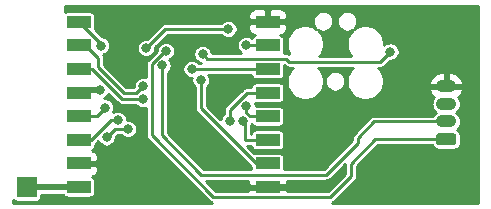
<source format=gbr>
%TF.GenerationSoftware,KiCad,Pcbnew,(5.1.9)-1*%
%TF.CreationDate,2022-06-19T12:13:52+03:00*%
%TF.ProjectId,jantteri-lora,6a616e74-7465-4726-992d-6c6f72612e6b,rev?*%
%TF.SameCoordinates,Original*%
%TF.FileFunction,Copper,L2,Bot*%
%TF.FilePolarity,Positive*%
%FSLAX46Y46*%
G04 Gerber Fmt 4.6, Leading zero omitted, Abs format (unit mm)*
G04 Created by KiCad (PCBNEW (5.1.9)-1) date 2022-06-19 12:13:52*
%MOMM*%
%LPD*%
G01*
G04 APERTURE LIST*
%TA.AperFunction,ComponentPad*%
%ADD10R,1.700000X1.700000*%
%TD*%
%TA.AperFunction,ComponentPad*%
%ADD11O,1.730000X1.030000*%
%TD*%
%TA.AperFunction,SMDPad,CuDef*%
%ADD12R,2.000000X1.000000*%
%TD*%
%TA.AperFunction,ViaPad*%
%ADD13C,0.800000*%
%TD*%
%TA.AperFunction,Conductor*%
%ADD14C,0.500000*%
%TD*%
%TA.AperFunction,Conductor*%
%ADD15C,0.250000*%
%TD*%
%TA.AperFunction,Conductor*%
%ADD16C,0.254000*%
%TD*%
%TA.AperFunction,Conductor*%
%ADD17C,0.100000*%
%TD*%
G04 APERTURE END LIST*
D10*
%TO.P,J1,1*%
%TO.N,Net-(J1-Pad1)*%
X57454800Y-55829200D03*
%TD*%
%TO.P,J3,1*%
%TO.N,DBG_TX*%
%TA.AperFunction,ComponentPad*%
G36*
G01*
X93579002Y-52280200D02*
X92348998Y-52280200D01*
G75*
G02*
X92099000Y-52030202I0J249998D01*
G01*
X92099000Y-51500198D01*
G75*
G02*
X92348998Y-51250200I249998J0D01*
G01*
X93579002Y-51250200D01*
G75*
G02*
X93829000Y-51500198I0J-249998D01*
G01*
X93829000Y-52030202D01*
G75*
G02*
X93579002Y-52280200I-249998J0D01*
G01*
G37*
%TD.AperFunction*%
D11*
%TO.P,J3,2*%
%TO.N,DBG_RX*%
X92964000Y-50265200D03*
%TO.P,J3,3*%
%TO.N,USB-5V*%
X92964000Y-48765200D03*
%TO.P,J3,4*%
%TO.N,GND*%
X92964000Y-47265200D03*
%TD*%
D12*
%TO.P,U3,1*%
%TO.N,GND*%
X77850000Y-41818800D03*
%TO.P,U3,2*%
%TO.N,SPI1_MISO*%
X77850000Y-43818800D03*
%TO.P,U3,3*%
%TO.N,SPI1_MOSI*%
X77850000Y-45818800D03*
%TO.P,U3,4*%
%TO.N,SPI1_SCK*%
X77850000Y-47818800D03*
%TO.P,U3,5*%
%TO.N,RFM_NSS*%
X77850000Y-49818800D03*
%TO.P,U3,6*%
%TO.N,RFM_RST*%
X77850000Y-51818800D03*
%TO.P,U3,7*%
%TO.N,RFM_DIO5*%
X77850000Y-53818800D03*
%TO.P,U3,8*%
%TO.N,GND*%
X77850000Y-55818800D03*
%TO.P,U3,9*%
%TO.N,Net-(J1-Pad1)*%
X61850000Y-55818800D03*
%TO.P,U3,10*%
%TO.N,GND*%
X61850000Y-53818800D03*
%TO.P,U3,11*%
%TO.N,RFM_DIO3*%
X61850000Y-51818800D03*
%TO.P,U3,12*%
%TO.N,RFM_DIO4*%
X61850000Y-49818800D03*
%TO.P,U3,13*%
%TO.N,+3V3*%
X61850000Y-47818800D03*
%TO.P,U3,14*%
%TO.N,RFM_DIO0*%
X61850000Y-45818800D03*
%TO.P,U3,15*%
%TO.N,RFM_DIO1*%
X61850000Y-43818800D03*
%TO.P,U3,16*%
%TO.N,RFM_DIO2*%
X61850000Y-41818800D03*
%TD*%
D13*
%TO.N,GND*%
X68285666Y-53186440D03*
X80213200Y-41300400D03*
X87782400Y-41452800D03*
X94132400Y-41554400D03*
X94132400Y-44297600D03*
X94335600Y-55067200D03*
X85293200Y-55930800D03*
X83058000Y-50647600D03*
X65328800Y-42011600D03*
X64211200Y-41300400D03*
X64008000Y-54356000D03*
X82956400Y-55778400D03*
X70053200Y-48615600D03*
X80518000Y-50444400D03*
X69850000Y-47091600D03*
X92252800Y-53594000D03*
X92151200Y-56235600D03*
X92506800Y-44246800D03*
X76098400Y-46786800D03*
%TO.N,+3V3*%
X63652400Y-47599600D03*
%TO.N,Net-(D1-Pad2)*%
X66040000Y-50901600D03*
X64219759Y-51604241D03*
%TO.N,/STM32G030C8T6/SWDIO*%
X74523600Y-42418000D03*
X67564000Y-44043600D03*
%TO.N,/STM32G030C8T6/NRST*%
X72339200Y-44551600D03*
X88239600Y-44348400D03*
%TO.N,DBG_TX*%
X69240400Y-44297600D03*
%TO.N,DBG_RX*%
X68940253Y-45521453D03*
%TO.N,SPI1_MISO*%
X76047600Y-43789600D03*
%TO.N,SPI1_MOSI*%
X71424800Y-45821600D03*
%TO.N,SPI1_SCK*%
X74625200Y-50241200D03*
%TO.N,RFM_NSS*%
X76047600Y-48971200D03*
%TO.N,RFM_RST*%
X75738147Y-50245853D03*
%TO.N,RFM_DIO5*%
X72186800Y-46786800D03*
%TO.N,RFM_DIO3*%
X65167841Y-50148159D03*
%TO.N,RFM_DIO4*%
X64101041Y-49081359D03*
%TO.N,RFM_DIO0*%
X67259200Y-48361600D03*
%TO.N,RFM_DIO1*%
X67310000Y-47244000D03*
%TO.N,RFM_DIO2*%
X63754000Y-43840400D03*
%TD*%
D14*
%TO.N,GND*%
X82916000Y-55818800D02*
X82956400Y-55778400D01*
X77850000Y-55818800D02*
X82916000Y-55818800D01*
%TO.N,+3V3*%
X62069200Y-47599600D02*
X61850000Y-47818800D01*
X63652400Y-47599600D02*
X62069200Y-47599600D01*
D15*
%TO.N,Net-(D1-Pad2)*%
X64922400Y-50901600D02*
X64219759Y-51604241D01*
X66040000Y-50901600D02*
X64922400Y-50901600D01*
D14*
%TO.N,Net-(J1-Pad1)*%
X57465200Y-55818800D02*
X57454800Y-55829200D01*
X61850000Y-55818800D02*
X57465200Y-55818800D01*
D15*
%TO.N,/STM32G030C8T6/SWDIO*%
X69189600Y-42418000D02*
X67564000Y-44043600D01*
X74523600Y-42418000D02*
X69189600Y-42418000D01*
%TO.N,/STM32G030C8T6/NRST*%
X79666651Y-45200451D02*
X87387549Y-45200451D01*
X79417799Y-44951599D02*
X79666651Y-45200451D01*
X72739199Y-44951599D02*
X79417799Y-44951599D01*
X87387549Y-45200451D02*
X88239600Y-44348400D01*
X72339200Y-44551600D02*
X72739199Y-44951599D01*
%TO.N,DBG_TX*%
X84886800Y-53848000D02*
X86969600Y-51765200D01*
X84886800Y-54921002D02*
X84886800Y-53848000D01*
X83164001Y-56643801D02*
X84886800Y-54921002D01*
X73255401Y-56643801D02*
X83164001Y-56643801D01*
X68035001Y-51423401D02*
X73255401Y-56643801D01*
X86969600Y-51765200D02*
X92964000Y-51765200D01*
X68035001Y-45401399D02*
X68035001Y-51423401D01*
X69138800Y-44297600D02*
X68035001Y-45401399D01*
X69240400Y-44297600D02*
X69138800Y-44297600D01*
%TO.N,DBG_RX*%
X86894800Y-50265200D02*
X92964000Y-50265200D01*
X85496400Y-51663600D02*
X86894800Y-50265200D01*
X85496400Y-52070000D02*
X85496400Y-51663600D01*
X82804000Y-54762400D02*
X85496400Y-52070000D01*
X72237600Y-54762400D02*
X82804000Y-54762400D01*
X68884800Y-51409600D02*
X72237600Y-54762400D01*
X68884800Y-45576906D02*
X68884800Y-51409600D01*
X68940253Y-45521453D02*
X68884800Y-45576906D01*
%TO.N,SPI1_MISO*%
X77820800Y-43789600D02*
X77850000Y-43818800D01*
X76047600Y-43789600D02*
X77820800Y-43789600D01*
%TO.N,SPI1_MOSI*%
X77490588Y-45818800D02*
X77850000Y-45818800D01*
X77847200Y-45821600D02*
X77850000Y-45818800D01*
X71424800Y-45821600D02*
X77847200Y-45821600D01*
%TO.N,SPI1_SCK*%
X76126998Y-47818800D02*
X77850000Y-47818800D01*
X74625200Y-49320598D02*
X76126998Y-47818800D01*
X74625200Y-50241200D02*
X74625200Y-49320598D01*
%TO.N,RFM_NSS*%
X76047600Y-48971200D02*
X76047600Y-49530000D01*
X76336400Y-49818800D02*
X77850000Y-49818800D01*
X76047600Y-49530000D02*
X76336400Y-49818800D01*
%TO.N,RFM_RST*%
X77847200Y-51816000D02*
X77850000Y-51818800D01*
X75946000Y-51816000D02*
X77847200Y-51816000D01*
X75946000Y-50453706D02*
X75738147Y-50245853D01*
X75946000Y-51816000D02*
X75946000Y-50453706D01*
%TO.N,RFM_DIO5*%
X76875798Y-53818800D02*
X77850000Y-53818800D01*
X72186800Y-49129802D02*
X76875798Y-53818800D01*
X72186800Y-46786800D02*
X72186800Y-49129802D01*
%TO.N,RFM_DIO3*%
X65167841Y-50148159D02*
X64602839Y-50148159D01*
X62932198Y-51818800D02*
X61850000Y-51818800D01*
X64602839Y-50148159D02*
X62932198Y-51818800D01*
%TO.N,RFM_DIO4*%
X63363600Y-49818800D02*
X61850000Y-49818800D01*
X64101041Y-49081359D02*
X63363600Y-49818800D01*
%TO.N,RFM_DIO0*%
X67259200Y-48361600D02*
X65532000Y-48361600D01*
X62989200Y-45818800D02*
X61850000Y-45818800D01*
X65532000Y-48361600D02*
X62989200Y-45818800D01*
%TO.N,RFM_DIO1*%
X63500000Y-45693190D02*
X63500000Y-44907200D01*
X65660410Y-47853600D02*
X63500000Y-45693190D01*
X62411600Y-43818800D02*
X61850000Y-43818800D01*
X66700400Y-47853600D02*
X65660410Y-47853600D01*
X63500000Y-44907200D02*
X62411600Y-43818800D01*
X67310000Y-47244000D02*
X66700400Y-47853600D01*
%TO.N,RFM_DIO2*%
X63754000Y-43722800D02*
X61850000Y-41818800D01*
X63754000Y-43840400D02*
X63754000Y-43722800D01*
%TD*%
D16*
%TO.N,GND*%
X95682601Y-57125400D02*
X83319498Y-57125400D01*
X83358576Y-57113546D01*
X83446480Y-57066560D01*
X83523528Y-57003328D01*
X83539377Y-56984016D01*
X85227020Y-55296374D01*
X85246327Y-55280529D01*
X85309559Y-55203481D01*
X85356545Y-55115577D01*
X85385478Y-55020195D01*
X85392800Y-54945856D01*
X85392800Y-54945855D01*
X85395248Y-54921002D01*
X85392800Y-54896148D01*
X85392800Y-54057591D01*
X87179192Y-52271200D01*
X91763971Y-52271200D01*
X91764329Y-52272380D01*
X91822810Y-52381790D01*
X91901512Y-52477688D01*
X91997410Y-52556390D01*
X92106820Y-52614871D01*
X92225537Y-52650883D01*
X92348998Y-52663043D01*
X93579002Y-52663043D01*
X93702463Y-52650883D01*
X93821180Y-52614871D01*
X93930590Y-52556390D01*
X94026488Y-52477688D01*
X94105190Y-52381790D01*
X94163671Y-52272380D01*
X94199683Y-52153663D01*
X94211843Y-52030202D01*
X94211843Y-51500198D01*
X94199683Y-51376737D01*
X94163671Y-51258020D01*
X94105190Y-51148610D01*
X94026488Y-51052712D01*
X93930590Y-50974010D01*
X93889468Y-50952030D01*
X93950633Y-50901833D01*
X94062601Y-50765399D01*
X94145801Y-50609743D01*
X94197035Y-50440847D01*
X94214335Y-50265200D01*
X94197035Y-50089553D01*
X94145801Y-49920657D01*
X94062601Y-49765001D01*
X93950633Y-49628567D01*
X93814199Y-49516599D01*
X93811582Y-49515200D01*
X93814199Y-49513801D01*
X93950633Y-49401833D01*
X94062601Y-49265399D01*
X94145801Y-49109743D01*
X94197035Y-48940847D01*
X94214335Y-48765200D01*
X94197035Y-48589553D01*
X94145801Y-48420657D01*
X94062601Y-48265001D01*
X94001161Y-48190136D01*
X94058503Y-48150833D01*
X94216976Y-47988570D01*
X94340748Y-47798509D01*
X94423027Y-47569436D01*
X94297081Y-47392200D01*
X93091000Y-47392200D01*
X93091000Y-47412200D01*
X92837000Y-47412200D01*
X92837000Y-47392200D01*
X91630919Y-47392200D01*
X91504973Y-47569436D01*
X91587252Y-47798509D01*
X91711024Y-47988570D01*
X91869497Y-48150833D01*
X91926839Y-48190136D01*
X91865399Y-48265001D01*
X91782199Y-48420657D01*
X91730965Y-48589553D01*
X91713665Y-48765200D01*
X91730965Y-48940847D01*
X91782199Y-49109743D01*
X91865399Y-49265399D01*
X91977367Y-49401833D01*
X92113801Y-49513801D01*
X92116418Y-49515200D01*
X92113801Y-49516599D01*
X91977367Y-49628567D01*
X91870160Y-49759200D01*
X86919645Y-49759200D01*
X86894799Y-49756753D01*
X86869953Y-49759200D01*
X86869946Y-49759200D01*
X86805494Y-49765548D01*
X86795606Y-49766522D01*
X86722718Y-49788632D01*
X86700225Y-49795455D01*
X86612321Y-49842441D01*
X86535273Y-49905673D01*
X86519428Y-49924980D01*
X85156180Y-51288228D01*
X85136874Y-51304073D01*
X85073642Y-51381121D01*
X85060519Y-51405673D01*
X85026655Y-51469026D01*
X84997722Y-51564408D01*
X84994836Y-51593713D01*
X84990400Y-51638746D01*
X84990400Y-51638754D01*
X84987953Y-51663600D01*
X84990400Y-51688446D01*
X84990400Y-51860408D01*
X82594409Y-54256400D01*
X79232843Y-54256400D01*
X79232843Y-53318800D01*
X79225487Y-53244111D01*
X79203701Y-53172292D01*
X79168322Y-53106104D01*
X79120711Y-53048089D01*
X79062696Y-53000478D01*
X78996508Y-52965099D01*
X78924689Y-52943313D01*
X78850000Y-52935957D01*
X76850000Y-52935957D01*
X76775311Y-52943313D01*
X76729730Y-52957140D01*
X76094590Y-52322000D01*
X76467472Y-52322000D01*
X76474513Y-52393489D01*
X76496299Y-52465308D01*
X76531678Y-52531496D01*
X76579289Y-52589511D01*
X76637304Y-52637122D01*
X76703492Y-52672501D01*
X76775311Y-52694287D01*
X76850000Y-52701643D01*
X78850000Y-52701643D01*
X78924689Y-52694287D01*
X78996508Y-52672501D01*
X79062696Y-52637122D01*
X79120711Y-52589511D01*
X79168322Y-52531496D01*
X79203701Y-52465308D01*
X79225487Y-52393489D01*
X79232843Y-52318800D01*
X79232843Y-51318800D01*
X79225487Y-51244111D01*
X79203701Y-51172292D01*
X79168322Y-51106104D01*
X79120711Y-51048089D01*
X79062696Y-51000478D01*
X78996508Y-50965099D01*
X78924689Y-50943313D01*
X78850000Y-50935957D01*
X76850000Y-50935957D01*
X76775311Y-50943313D01*
X76703492Y-50965099D01*
X76637304Y-51000478D01*
X76579289Y-51048089D01*
X76531678Y-51106104D01*
X76496299Y-51172292D01*
X76474513Y-51244111D01*
X76468024Y-51310000D01*
X76452000Y-51310000D01*
X76452000Y-50563311D01*
X76489134Y-50473662D01*
X76492975Y-50454351D01*
X76496299Y-50465308D01*
X76531678Y-50531496D01*
X76579289Y-50589511D01*
X76637304Y-50637122D01*
X76703492Y-50672501D01*
X76775311Y-50694287D01*
X76850000Y-50701643D01*
X78850000Y-50701643D01*
X78924689Y-50694287D01*
X78996508Y-50672501D01*
X79062696Y-50637122D01*
X79120711Y-50589511D01*
X79168322Y-50531496D01*
X79203701Y-50465308D01*
X79225487Y-50393489D01*
X79232843Y-50318800D01*
X79232843Y-49318800D01*
X79225487Y-49244111D01*
X79203701Y-49172292D01*
X79168322Y-49106104D01*
X79120711Y-49048089D01*
X79062696Y-49000478D01*
X78996508Y-48965099D01*
X78924689Y-48943313D01*
X78850000Y-48935957D01*
X76850000Y-48935957D01*
X76828600Y-48938065D01*
X76828600Y-48894278D01*
X76798587Y-48743391D01*
X76778372Y-48694588D01*
X76850000Y-48701643D01*
X78850000Y-48701643D01*
X78924689Y-48694287D01*
X78996508Y-48672501D01*
X79062696Y-48637122D01*
X79120711Y-48589511D01*
X79168322Y-48531496D01*
X79203701Y-48465308D01*
X79225487Y-48393489D01*
X79232843Y-48318800D01*
X79232843Y-47318800D01*
X79225487Y-47244111D01*
X79203701Y-47172292D01*
X79168322Y-47106104D01*
X79120711Y-47048089D01*
X79062696Y-47000478D01*
X78996508Y-46965099D01*
X78924689Y-46943313D01*
X78850000Y-46935957D01*
X76850000Y-46935957D01*
X76775311Y-46943313D01*
X76703492Y-46965099D01*
X76637304Y-47000478D01*
X76579289Y-47048089D01*
X76531678Y-47106104D01*
X76496299Y-47172292D01*
X76474513Y-47244111D01*
X76467748Y-47312800D01*
X76151843Y-47312800D01*
X76126997Y-47310353D01*
X76102151Y-47312800D01*
X76102144Y-47312800D01*
X76041227Y-47318800D01*
X76027804Y-47320122D01*
X75951748Y-47343193D01*
X75932423Y-47349055D01*
X75844519Y-47396041D01*
X75767471Y-47459273D01*
X75751626Y-47478580D01*
X74284980Y-48945226D01*
X74265674Y-48961071D01*
X74202442Y-49038119D01*
X74194107Y-49053713D01*
X74155455Y-49126024D01*
X74126522Y-49221406D01*
X74116753Y-49320598D01*
X74119201Y-49345454D01*
X74119201Y-49642698D01*
X74018558Y-49743341D01*
X73933087Y-49871258D01*
X73874213Y-50013391D01*
X73859574Y-50086985D01*
X72692800Y-48920211D01*
X72692800Y-47385301D01*
X72793442Y-47284659D01*
X72878913Y-47156742D01*
X72937787Y-47014609D01*
X72967800Y-46863722D01*
X72967800Y-46709878D01*
X72937787Y-46558991D01*
X72878913Y-46416858D01*
X72819273Y-46327600D01*
X76468024Y-46327600D01*
X76474513Y-46393489D01*
X76496299Y-46465308D01*
X76531678Y-46531496D01*
X76579289Y-46589511D01*
X76637304Y-46637122D01*
X76703492Y-46672501D01*
X76775311Y-46694287D01*
X76850000Y-46701643D01*
X78850000Y-46701643D01*
X78924689Y-46694287D01*
X78996508Y-46672501D01*
X79062696Y-46637122D01*
X79120711Y-46589511D01*
X79168322Y-46531496D01*
X79203701Y-46465308D01*
X79225487Y-46393489D01*
X79232843Y-46318800D01*
X79232843Y-45482234D01*
X79291275Y-45540666D01*
X79307124Y-45559978D01*
X79384172Y-45623210D01*
X79472076Y-45670196D01*
X79567458Y-45699129D01*
X79666651Y-45708899D01*
X79691505Y-45706451D01*
X79964425Y-45706451D01*
X79807705Y-45863171D01*
X79636058Y-46120060D01*
X79517825Y-46405500D01*
X79457550Y-46708521D01*
X79457550Y-47017479D01*
X79517825Y-47320500D01*
X79636058Y-47605940D01*
X79807705Y-47862829D01*
X80026171Y-48081295D01*
X80283060Y-48252942D01*
X80568500Y-48371175D01*
X80871521Y-48431450D01*
X81180479Y-48431450D01*
X81483500Y-48371175D01*
X81768940Y-48252942D01*
X82025829Y-48081295D01*
X82244295Y-47862829D01*
X82415942Y-47605940D01*
X82534175Y-47320500D01*
X82594450Y-47017479D01*
X82594450Y-46776692D01*
X82689700Y-46776692D01*
X82689700Y-46949308D01*
X82723376Y-47118607D01*
X82789433Y-47278084D01*
X82885333Y-47421609D01*
X83007391Y-47543667D01*
X83150916Y-47639567D01*
X83310393Y-47705624D01*
X83479692Y-47739300D01*
X83652308Y-47739300D01*
X83821607Y-47705624D01*
X83981084Y-47639567D01*
X84124609Y-47543667D01*
X84246667Y-47421609D01*
X84342567Y-47278084D01*
X84408624Y-47118607D01*
X84442300Y-46949308D01*
X84442300Y-46776692D01*
X84408624Y-46607393D01*
X84342567Y-46447916D01*
X84246667Y-46304391D01*
X84124609Y-46182333D01*
X83981084Y-46086433D01*
X83821607Y-46020376D01*
X83652308Y-45986700D01*
X83479692Y-45986700D01*
X83310393Y-46020376D01*
X83150916Y-46086433D01*
X83007391Y-46182333D01*
X82885333Y-46304391D01*
X82789433Y-46447916D01*
X82723376Y-46607393D01*
X82689700Y-46776692D01*
X82594450Y-46776692D01*
X82594450Y-46708521D01*
X82534175Y-46405500D01*
X82415942Y-46120060D01*
X82244295Y-45863171D01*
X82087575Y-45706451D01*
X85044425Y-45706451D01*
X84887705Y-45863171D01*
X84716058Y-46120060D01*
X84597825Y-46405500D01*
X84537550Y-46708521D01*
X84537550Y-47017479D01*
X84597825Y-47320500D01*
X84716058Y-47605940D01*
X84887705Y-47862829D01*
X85106171Y-48081295D01*
X85363060Y-48252942D01*
X85648500Y-48371175D01*
X85951521Y-48431450D01*
X86260479Y-48431450D01*
X86563500Y-48371175D01*
X86848940Y-48252942D01*
X87105829Y-48081295D01*
X87324295Y-47862829D01*
X87495942Y-47605940D01*
X87614175Y-47320500D01*
X87674450Y-47017479D01*
X87674450Y-46960964D01*
X91504973Y-46960964D01*
X91630919Y-47138200D01*
X92837000Y-47138200D01*
X92837000Y-46115200D01*
X93091000Y-46115200D01*
X93091000Y-47138200D01*
X94297081Y-47138200D01*
X94423027Y-46960964D01*
X94340748Y-46731891D01*
X94216976Y-46541830D01*
X94058503Y-46379567D01*
X93871419Y-46251339D01*
X93662914Y-46162073D01*
X93441000Y-46115200D01*
X93091000Y-46115200D01*
X92837000Y-46115200D01*
X92487000Y-46115200D01*
X92265086Y-46162073D01*
X92056581Y-46251339D01*
X91869497Y-46379567D01*
X91711024Y-46541830D01*
X91587252Y-46731891D01*
X91504973Y-46960964D01*
X87674450Y-46960964D01*
X87674450Y-46708521D01*
X87614175Y-46405500D01*
X87495942Y-46120060D01*
X87324295Y-45863171D01*
X87167575Y-45706451D01*
X87362703Y-45706451D01*
X87387549Y-45708898D01*
X87412395Y-45706451D01*
X87412403Y-45706451D01*
X87486742Y-45699129D01*
X87582124Y-45670196D01*
X87670028Y-45623210D01*
X87747076Y-45559978D01*
X87762925Y-45540666D01*
X88174192Y-45129400D01*
X88316522Y-45129400D01*
X88467409Y-45099387D01*
X88609542Y-45040513D01*
X88737459Y-44955042D01*
X88846242Y-44846259D01*
X88931713Y-44718342D01*
X88990587Y-44576209D01*
X89020600Y-44425322D01*
X89020600Y-44271478D01*
X88990587Y-44120591D01*
X88931713Y-43978458D01*
X88846242Y-43850541D01*
X88737459Y-43741758D01*
X88609542Y-43656287D01*
X88467409Y-43597413D01*
X88316522Y-43567400D01*
X88162678Y-43567400D01*
X88011791Y-43597413D01*
X87869658Y-43656287D01*
X87741741Y-43741758D01*
X87674450Y-43809049D01*
X87674450Y-43533521D01*
X87614175Y-43230500D01*
X87495942Y-42945060D01*
X87324295Y-42688171D01*
X87105829Y-42469705D01*
X86848940Y-42298058D01*
X86563500Y-42179825D01*
X86260479Y-42119550D01*
X85951521Y-42119550D01*
X85648500Y-42179825D01*
X85363060Y-42298058D01*
X85191758Y-42412518D01*
X85262667Y-42341609D01*
X85358567Y-42198084D01*
X85424624Y-42038607D01*
X85458300Y-41869308D01*
X85458300Y-41696692D01*
X85424624Y-41527393D01*
X85358567Y-41367916D01*
X85262667Y-41224391D01*
X85140609Y-41102333D01*
X84997084Y-41006433D01*
X84837607Y-40940376D01*
X84668308Y-40906700D01*
X84495692Y-40906700D01*
X84326393Y-40940376D01*
X84166916Y-41006433D01*
X84023391Y-41102333D01*
X83901333Y-41224391D01*
X83805433Y-41367916D01*
X83739376Y-41527393D01*
X83705700Y-41696692D01*
X83705700Y-41869308D01*
X83739376Y-42038607D01*
X83805433Y-42198084D01*
X83901333Y-42341609D01*
X84023391Y-42463667D01*
X84166916Y-42559567D01*
X84326393Y-42625624D01*
X84495692Y-42659300D01*
X84668308Y-42659300D01*
X84837607Y-42625624D01*
X84997084Y-42559567D01*
X85055021Y-42520855D01*
X84887705Y-42688171D01*
X84716058Y-42945060D01*
X84597825Y-43230500D01*
X84537550Y-43533521D01*
X84537550Y-43842479D01*
X84597825Y-44145500D01*
X84716058Y-44430940D01*
X84887705Y-44687829D01*
X84894327Y-44694451D01*
X82237673Y-44694451D01*
X82244295Y-44687829D01*
X82415942Y-44430940D01*
X82534175Y-44145500D01*
X82594450Y-43842479D01*
X82594450Y-43533521D01*
X82534175Y-43230500D01*
X82415942Y-42945060D01*
X82244295Y-42688171D01*
X82076979Y-42520855D01*
X82134916Y-42559567D01*
X82294393Y-42625624D01*
X82463692Y-42659300D01*
X82636308Y-42659300D01*
X82805607Y-42625624D01*
X82965084Y-42559567D01*
X83108609Y-42463667D01*
X83230667Y-42341609D01*
X83326567Y-42198084D01*
X83392624Y-42038607D01*
X83426300Y-41869308D01*
X83426300Y-41696692D01*
X83392624Y-41527393D01*
X83326567Y-41367916D01*
X83230667Y-41224391D01*
X83108609Y-41102333D01*
X82965084Y-41006433D01*
X82805607Y-40940376D01*
X82636308Y-40906700D01*
X82463692Y-40906700D01*
X82294393Y-40940376D01*
X82134916Y-41006433D01*
X81991391Y-41102333D01*
X81869333Y-41224391D01*
X81773433Y-41367916D01*
X81707376Y-41527393D01*
X81673700Y-41696692D01*
X81673700Y-41869308D01*
X81707376Y-42038607D01*
X81773433Y-42198084D01*
X81869333Y-42341609D01*
X81940242Y-42412518D01*
X81768940Y-42298058D01*
X81483500Y-42179825D01*
X81180479Y-42119550D01*
X80871521Y-42119550D01*
X80568500Y-42179825D01*
X80283060Y-42298058D01*
X80026171Y-42469705D01*
X79807705Y-42688171D01*
X79636058Y-42945060D01*
X79517825Y-43230500D01*
X79457550Y-43533521D01*
X79457550Y-43842479D01*
X79517825Y-44145500D01*
X79636058Y-44430940D01*
X79702923Y-44531010D01*
X79700278Y-44528840D01*
X79612374Y-44481854D01*
X79516992Y-44452921D01*
X79442653Y-44445599D01*
X79442645Y-44445599D01*
X79417799Y-44443152D01*
X79392953Y-44445599D01*
X79209680Y-44445599D01*
X79225487Y-44393489D01*
X79232843Y-44318800D01*
X79232843Y-43318800D01*
X79225487Y-43244111D01*
X79203701Y-43172292D01*
X79168322Y-43106104D01*
X79120711Y-43048089D01*
X79062696Y-43000478D01*
X78996508Y-42965099D01*
X78940126Y-42947996D01*
X78974482Y-42944612D01*
X79094180Y-42908302D01*
X79204494Y-42849337D01*
X79301185Y-42769985D01*
X79380537Y-42673294D01*
X79439502Y-42562980D01*
X79475812Y-42443282D01*
X79488072Y-42318800D01*
X79485000Y-42104550D01*
X79326250Y-41945800D01*
X77977000Y-41945800D01*
X77977000Y-41965800D01*
X77723000Y-41965800D01*
X77723000Y-41945800D01*
X76373750Y-41945800D01*
X76215000Y-42104550D01*
X76211928Y-42318800D01*
X76224188Y-42443282D01*
X76260498Y-42562980D01*
X76319463Y-42673294D01*
X76398815Y-42769985D01*
X76495506Y-42849337D01*
X76605820Y-42908302D01*
X76725518Y-42944612D01*
X76759874Y-42947996D01*
X76703492Y-42965099D01*
X76637304Y-43000478D01*
X76579289Y-43048089D01*
X76531678Y-43106104D01*
X76505035Y-43155948D01*
X76417542Y-43097487D01*
X76275409Y-43038613D01*
X76124522Y-43008600D01*
X75970678Y-43008600D01*
X75819791Y-43038613D01*
X75677658Y-43097487D01*
X75549741Y-43182958D01*
X75440958Y-43291741D01*
X75355487Y-43419658D01*
X75296613Y-43561791D01*
X75266600Y-43712678D01*
X75266600Y-43866522D01*
X75296613Y-44017409D01*
X75355487Y-44159542D01*
X75440958Y-44287459D01*
X75549741Y-44396242D01*
X75623609Y-44445599D01*
X73114416Y-44445599D01*
X73090187Y-44323791D01*
X73031313Y-44181658D01*
X72945842Y-44053741D01*
X72837059Y-43944958D01*
X72709142Y-43859487D01*
X72567009Y-43800613D01*
X72416122Y-43770600D01*
X72262278Y-43770600D01*
X72111391Y-43800613D01*
X71969258Y-43859487D01*
X71841341Y-43944958D01*
X71732558Y-44053741D01*
X71647087Y-44181658D01*
X71588213Y-44323791D01*
X71558200Y-44474678D01*
X71558200Y-44628522D01*
X71588213Y-44779409D01*
X71647087Y-44921542D01*
X71732558Y-45049459D01*
X71841341Y-45158242D01*
X71969258Y-45243713D01*
X72111391Y-45302587D01*
X72176812Y-45315600D01*
X72023301Y-45315600D01*
X71922659Y-45214958D01*
X71794742Y-45129487D01*
X71652609Y-45070613D01*
X71501722Y-45040600D01*
X71347878Y-45040600D01*
X71196991Y-45070613D01*
X71054858Y-45129487D01*
X70926941Y-45214958D01*
X70818158Y-45323741D01*
X70732687Y-45451658D01*
X70673813Y-45593791D01*
X70643800Y-45744678D01*
X70643800Y-45898522D01*
X70673813Y-46049409D01*
X70732687Y-46191542D01*
X70818158Y-46319459D01*
X70926941Y-46428242D01*
X71054858Y-46513713D01*
X71196991Y-46572587D01*
X71347878Y-46602600D01*
X71427139Y-46602600D01*
X71405800Y-46709878D01*
X71405800Y-46863722D01*
X71435813Y-47014609D01*
X71494687Y-47156742D01*
X71580158Y-47284659D01*
X71680800Y-47385301D01*
X71680801Y-49104946D01*
X71678353Y-49129802D01*
X71688122Y-49228994D01*
X71717055Y-49324376D01*
X71717056Y-49324377D01*
X71764042Y-49412281D01*
X71827274Y-49489329D01*
X71846581Y-49505174D01*
X76467157Y-54125751D01*
X76467157Y-54256400D01*
X72447192Y-54256400D01*
X69390800Y-51200009D01*
X69390800Y-46159708D01*
X69438112Y-46128095D01*
X69546895Y-46019312D01*
X69632366Y-45891395D01*
X69691240Y-45749262D01*
X69721253Y-45598375D01*
X69721253Y-45444531D01*
X69691240Y-45293644D01*
X69632366Y-45151511D01*
X69546895Y-45023594D01*
X69541521Y-45018220D01*
X69610342Y-44989713D01*
X69738259Y-44904242D01*
X69847042Y-44795459D01*
X69932513Y-44667542D01*
X69991387Y-44525409D01*
X70021400Y-44374522D01*
X70021400Y-44220678D01*
X69991387Y-44069791D01*
X69932513Y-43927658D01*
X69847042Y-43799741D01*
X69738259Y-43690958D01*
X69610342Y-43605487D01*
X69468209Y-43546613D01*
X69317322Y-43516600D01*
X69163478Y-43516600D01*
X69012591Y-43546613D01*
X68870458Y-43605487D01*
X68742541Y-43690958D01*
X68633758Y-43799741D01*
X68548287Y-43927658D01*
X68489413Y-44069791D01*
X68459400Y-44220678D01*
X68459400Y-44261408D01*
X67694786Y-45026023D01*
X67675474Y-45041872D01*
X67612242Y-45118920D01*
X67565256Y-45206825D01*
X67536323Y-45302207D01*
X67529001Y-45376546D01*
X67529001Y-45376553D01*
X67526554Y-45401399D01*
X67529001Y-45426245D01*
X67529001Y-46491261D01*
X67386922Y-46463000D01*
X67233078Y-46463000D01*
X67082191Y-46493013D01*
X66940058Y-46551887D01*
X66812141Y-46637358D01*
X66703358Y-46746141D01*
X66617887Y-46874058D01*
X66559013Y-47016191D01*
X66529000Y-47167078D01*
X66529000Y-47309409D01*
X66490809Y-47347600D01*
X65870002Y-47347600D01*
X64006000Y-45483599D01*
X64006000Y-44932045D01*
X64008447Y-44907199D01*
X64006000Y-44882353D01*
X64006000Y-44882346D01*
X63998678Y-44808007D01*
X63969745Y-44712625D01*
X63922759Y-44624721D01*
X63907528Y-44606162D01*
X63981809Y-44591387D01*
X64123942Y-44532513D01*
X64251859Y-44447042D01*
X64360642Y-44338259D01*
X64446113Y-44210342D01*
X64504987Y-44068209D01*
X64525182Y-43966678D01*
X66783000Y-43966678D01*
X66783000Y-44120522D01*
X66813013Y-44271409D01*
X66871887Y-44413542D01*
X66957358Y-44541459D01*
X67066141Y-44650242D01*
X67194058Y-44735713D01*
X67336191Y-44794587D01*
X67487078Y-44824600D01*
X67640922Y-44824600D01*
X67791809Y-44794587D01*
X67933942Y-44735713D01*
X68061859Y-44650242D01*
X68170642Y-44541459D01*
X68256113Y-44413542D01*
X68314987Y-44271409D01*
X68345000Y-44120522D01*
X68345000Y-43978191D01*
X69399192Y-42924000D01*
X73925099Y-42924000D01*
X74025741Y-43024642D01*
X74153658Y-43110113D01*
X74295791Y-43168987D01*
X74446678Y-43199000D01*
X74600522Y-43199000D01*
X74751409Y-43168987D01*
X74893542Y-43110113D01*
X75021459Y-43024642D01*
X75130242Y-42915859D01*
X75215713Y-42787942D01*
X75274587Y-42645809D01*
X75304600Y-42494922D01*
X75304600Y-42341078D01*
X75274587Y-42190191D01*
X75215713Y-42048058D01*
X75130242Y-41920141D01*
X75021459Y-41811358D01*
X74893542Y-41725887D01*
X74751409Y-41667013D01*
X74600522Y-41637000D01*
X74446678Y-41637000D01*
X74295791Y-41667013D01*
X74153658Y-41725887D01*
X74025741Y-41811358D01*
X73925099Y-41912000D01*
X69214454Y-41912000D01*
X69189600Y-41909552D01*
X69164746Y-41912000D01*
X69090407Y-41919322D01*
X68995025Y-41948255D01*
X68907121Y-41995241D01*
X68830073Y-42058473D01*
X68814228Y-42077780D01*
X67629409Y-43262600D01*
X67487078Y-43262600D01*
X67336191Y-43292613D01*
X67194058Y-43351487D01*
X67066141Y-43436958D01*
X66957358Y-43545741D01*
X66871887Y-43673658D01*
X66813013Y-43815791D01*
X66783000Y-43966678D01*
X64525182Y-43966678D01*
X64535000Y-43917322D01*
X64535000Y-43763478D01*
X64504987Y-43612591D01*
X64446113Y-43470458D01*
X64360642Y-43342541D01*
X64251859Y-43233758D01*
X64123942Y-43148287D01*
X63981809Y-43089413D01*
X63830922Y-43059400D01*
X63806192Y-43059400D01*
X63205656Y-42458864D01*
X63225487Y-42393489D01*
X63232843Y-42318800D01*
X63232843Y-41318800D01*
X76211928Y-41318800D01*
X76215000Y-41533050D01*
X76373750Y-41691800D01*
X77723000Y-41691800D01*
X77723000Y-40842550D01*
X77977000Y-40842550D01*
X77977000Y-41691800D01*
X79326250Y-41691800D01*
X79485000Y-41533050D01*
X79488072Y-41318800D01*
X79475812Y-41194318D01*
X79439502Y-41074620D01*
X79380537Y-40964306D01*
X79301185Y-40867615D01*
X79204494Y-40788263D01*
X79094180Y-40729298D01*
X78974482Y-40692988D01*
X78850000Y-40680728D01*
X78135750Y-40683800D01*
X77977000Y-40842550D01*
X77723000Y-40842550D01*
X77564250Y-40683800D01*
X76850000Y-40680728D01*
X76725518Y-40692988D01*
X76605820Y-40729298D01*
X76495506Y-40788263D01*
X76398815Y-40867615D01*
X76319463Y-40964306D01*
X76260498Y-41074620D01*
X76224188Y-41194318D01*
X76211928Y-41318800D01*
X63232843Y-41318800D01*
X63225487Y-41244111D01*
X63203701Y-41172292D01*
X63168322Y-41106104D01*
X63120711Y-41048089D01*
X63062696Y-41000478D01*
X62996508Y-40965099D01*
X62924689Y-40943313D01*
X62850000Y-40935957D01*
X60850000Y-40935957D01*
X60775311Y-40943313D01*
X60730600Y-40956876D01*
X60730600Y-40512200D01*
X95682600Y-40512200D01*
X95682601Y-57125400D01*
%TA.AperFunction,Conductor*%
D17*
G36*
X95682601Y-57125400D02*
G01*
X83319498Y-57125400D01*
X83358576Y-57113546D01*
X83446480Y-57066560D01*
X83523528Y-57003328D01*
X83539377Y-56984016D01*
X85227020Y-55296374D01*
X85246327Y-55280529D01*
X85309559Y-55203481D01*
X85356545Y-55115577D01*
X85385478Y-55020195D01*
X85392800Y-54945856D01*
X85392800Y-54945855D01*
X85395248Y-54921002D01*
X85392800Y-54896148D01*
X85392800Y-54057591D01*
X87179192Y-52271200D01*
X91763971Y-52271200D01*
X91764329Y-52272380D01*
X91822810Y-52381790D01*
X91901512Y-52477688D01*
X91997410Y-52556390D01*
X92106820Y-52614871D01*
X92225537Y-52650883D01*
X92348998Y-52663043D01*
X93579002Y-52663043D01*
X93702463Y-52650883D01*
X93821180Y-52614871D01*
X93930590Y-52556390D01*
X94026488Y-52477688D01*
X94105190Y-52381790D01*
X94163671Y-52272380D01*
X94199683Y-52153663D01*
X94211843Y-52030202D01*
X94211843Y-51500198D01*
X94199683Y-51376737D01*
X94163671Y-51258020D01*
X94105190Y-51148610D01*
X94026488Y-51052712D01*
X93930590Y-50974010D01*
X93889468Y-50952030D01*
X93950633Y-50901833D01*
X94062601Y-50765399D01*
X94145801Y-50609743D01*
X94197035Y-50440847D01*
X94214335Y-50265200D01*
X94197035Y-50089553D01*
X94145801Y-49920657D01*
X94062601Y-49765001D01*
X93950633Y-49628567D01*
X93814199Y-49516599D01*
X93811582Y-49515200D01*
X93814199Y-49513801D01*
X93950633Y-49401833D01*
X94062601Y-49265399D01*
X94145801Y-49109743D01*
X94197035Y-48940847D01*
X94214335Y-48765200D01*
X94197035Y-48589553D01*
X94145801Y-48420657D01*
X94062601Y-48265001D01*
X94001161Y-48190136D01*
X94058503Y-48150833D01*
X94216976Y-47988570D01*
X94340748Y-47798509D01*
X94423027Y-47569436D01*
X94297081Y-47392200D01*
X93091000Y-47392200D01*
X93091000Y-47412200D01*
X92837000Y-47412200D01*
X92837000Y-47392200D01*
X91630919Y-47392200D01*
X91504973Y-47569436D01*
X91587252Y-47798509D01*
X91711024Y-47988570D01*
X91869497Y-48150833D01*
X91926839Y-48190136D01*
X91865399Y-48265001D01*
X91782199Y-48420657D01*
X91730965Y-48589553D01*
X91713665Y-48765200D01*
X91730965Y-48940847D01*
X91782199Y-49109743D01*
X91865399Y-49265399D01*
X91977367Y-49401833D01*
X92113801Y-49513801D01*
X92116418Y-49515200D01*
X92113801Y-49516599D01*
X91977367Y-49628567D01*
X91870160Y-49759200D01*
X86919645Y-49759200D01*
X86894799Y-49756753D01*
X86869953Y-49759200D01*
X86869946Y-49759200D01*
X86805494Y-49765548D01*
X86795606Y-49766522D01*
X86722718Y-49788632D01*
X86700225Y-49795455D01*
X86612321Y-49842441D01*
X86535273Y-49905673D01*
X86519428Y-49924980D01*
X85156180Y-51288228D01*
X85136874Y-51304073D01*
X85073642Y-51381121D01*
X85060519Y-51405673D01*
X85026655Y-51469026D01*
X84997722Y-51564408D01*
X84994836Y-51593713D01*
X84990400Y-51638746D01*
X84990400Y-51638754D01*
X84987953Y-51663600D01*
X84990400Y-51688446D01*
X84990400Y-51860408D01*
X82594409Y-54256400D01*
X79232843Y-54256400D01*
X79232843Y-53318800D01*
X79225487Y-53244111D01*
X79203701Y-53172292D01*
X79168322Y-53106104D01*
X79120711Y-53048089D01*
X79062696Y-53000478D01*
X78996508Y-52965099D01*
X78924689Y-52943313D01*
X78850000Y-52935957D01*
X76850000Y-52935957D01*
X76775311Y-52943313D01*
X76729730Y-52957140D01*
X76094590Y-52322000D01*
X76467472Y-52322000D01*
X76474513Y-52393489D01*
X76496299Y-52465308D01*
X76531678Y-52531496D01*
X76579289Y-52589511D01*
X76637304Y-52637122D01*
X76703492Y-52672501D01*
X76775311Y-52694287D01*
X76850000Y-52701643D01*
X78850000Y-52701643D01*
X78924689Y-52694287D01*
X78996508Y-52672501D01*
X79062696Y-52637122D01*
X79120711Y-52589511D01*
X79168322Y-52531496D01*
X79203701Y-52465308D01*
X79225487Y-52393489D01*
X79232843Y-52318800D01*
X79232843Y-51318800D01*
X79225487Y-51244111D01*
X79203701Y-51172292D01*
X79168322Y-51106104D01*
X79120711Y-51048089D01*
X79062696Y-51000478D01*
X78996508Y-50965099D01*
X78924689Y-50943313D01*
X78850000Y-50935957D01*
X76850000Y-50935957D01*
X76775311Y-50943313D01*
X76703492Y-50965099D01*
X76637304Y-51000478D01*
X76579289Y-51048089D01*
X76531678Y-51106104D01*
X76496299Y-51172292D01*
X76474513Y-51244111D01*
X76468024Y-51310000D01*
X76452000Y-51310000D01*
X76452000Y-50563311D01*
X76489134Y-50473662D01*
X76492975Y-50454351D01*
X76496299Y-50465308D01*
X76531678Y-50531496D01*
X76579289Y-50589511D01*
X76637304Y-50637122D01*
X76703492Y-50672501D01*
X76775311Y-50694287D01*
X76850000Y-50701643D01*
X78850000Y-50701643D01*
X78924689Y-50694287D01*
X78996508Y-50672501D01*
X79062696Y-50637122D01*
X79120711Y-50589511D01*
X79168322Y-50531496D01*
X79203701Y-50465308D01*
X79225487Y-50393489D01*
X79232843Y-50318800D01*
X79232843Y-49318800D01*
X79225487Y-49244111D01*
X79203701Y-49172292D01*
X79168322Y-49106104D01*
X79120711Y-49048089D01*
X79062696Y-49000478D01*
X78996508Y-48965099D01*
X78924689Y-48943313D01*
X78850000Y-48935957D01*
X76850000Y-48935957D01*
X76828600Y-48938065D01*
X76828600Y-48894278D01*
X76798587Y-48743391D01*
X76778372Y-48694588D01*
X76850000Y-48701643D01*
X78850000Y-48701643D01*
X78924689Y-48694287D01*
X78996508Y-48672501D01*
X79062696Y-48637122D01*
X79120711Y-48589511D01*
X79168322Y-48531496D01*
X79203701Y-48465308D01*
X79225487Y-48393489D01*
X79232843Y-48318800D01*
X79232843Y-47318800D01*
X79225487Y-47244111D01*
X79203701Y-47172292D01*
X79168322Y-47106104D01*
X79120711Y-47048089D01*
X79062696Y-47000478D01*
X78996508Y-46965099D01*
X78924689Y-46943313D01*
X78850000Y-46935957D01*
X76850000Y-46935957D01*
X76775311Y-46943313D01*
X76703492Y-46965099D01*
X76637304Y-47000478D01*
X76579289Y-47048089D01*
X76531678Y-47106104D01*
X76496299Y-47172292D01*
X76474513Y-47244111D01*
X76467748Y-47312800D01*
X76151843Y-47312800D01*
X76126997Y-47310353D01*
X76102151Y-47312800D01*
X76102144Y-47312800D01*
X76041227Y-47318800D01*
X76027804Y-47320122D01*
X75951748Y-47343193D01*
X75932423Y-47349055D01*
X75844519Y-47396041D01*
X75767471Y-47459273D01*
X75751626Y-47478580D01*
X74284980Y-48945226D01*
X74265674Y-48961071D01*
X74202442Y-49038119D01*
X74194107Y-49053713D01*
X74155455Y-49126024D01*
X74126522Y-49221406D01*
X74116753Y-49320598D01*
X74119201Y-49345454D01*
X74119201Y-49642698D01*
X74018558Y-49743341D01*
X73933087Y-49871258D01*
X73874213Y-50013391D01*
X73859574Y-50086985D01*
X72692800Y-48920211D01*
X72692800Y-47385301D01*
X72793442Y-47284659D01*
X72878913Y-47156742D01*
X72937787Y-47014609D01*
X72967800Y-46863722D01*
X72967800Y-46709878D01*
X72937787Y-46558991D01*
X72878913Y-46416858D01*
X72819273Y-46327600D01*
X76468024Y-46327600D01*
X76474513Y-46393489D01*
X76496299Y-46465308D01*
X76531678Y-46531496D01*
X76579289Y-46589511D01*
X76637304Y-46637122D01*
X76703492Y-46672501D01*
X76775311Y-46694287D01*
X76850000Y-46701643D01*
X78850000Y-46701643D01*
X78924689Y-46694287D01*
X78996508Y-46672501D01*
X79062696Y-46637122D01*
X79120711Y-46589511D01*
X79168322Y-46531496D01*
X79203701Y-46465308D01*
X79225487Y-46393489D01*
X79232843Y-46318800D01*
X79232843Y-45482234D01*
X79291275Y-45540666D01*
X79307124Y-45559978D01*
X79384172Y-45623210D01*
X79472076Y-45670196D01*
X79567458Y-45699129D01*
X79666651Y-45708899D01*
X79691505Y-45706451D01*
X79964425Y-45706451D01*
X79807705Y-45863171D01*
X79636058Y-46120060D01*
X79517825Y-46405500D01*
X79457550Y-46708521D01*
X79457550Y-47017479D01*
X79517825Y-47320500D01*
X79636058Y-47605940D01*
X79807705Y-47862829D01*
X80026171Y-48081295D01*
X80283060Y-48252942D01*
X80568500Y-48371175D01*
X80871521Y-48431450D01*
X81180479Y-48431450D01*
X81483500Y-48371175D01*
X81768940Y-48252942D01*
X82025829Y-48081295D01*
X82244295Y-47862829D01*
X82415942Y-47605940D01*
X82534175Y-47320500D01*
X82594450Y-47017479D01*
X82594450Y-46776692D01*
X82689700Y-46776692D01*
X82689700Y-46949308D01*
X82723376Y-47118607D01*
X82789433Y-47278084D01*
X82885333Y-47421609D01*
X83007391Y-47543667D01*
X83150916Y-47639567D01*
X83310393Y-47705624D01*
X83479692Y-47739300D01*
X83652308Y-47739300D01*
X83821607Y-47705624D01*
X83981084Y-47639567D01*
X84124609Y-47543667D01*
X84246667Y-47421609D01*
X84342567Y-47278084D01*
X84408624Y-47118607D01*
X84442300Y-46949308D01*
X84442300Y-46776692D01*
X84408624Y-46607393D01*
X84342567Y-46447916D01*
X84246667Y-46304391D01*
X84124609Y-46182333D01*
X83981084Y-46086433D01*
X83821607Y-46020376D01*
X83652308Y-45986700D01*
X83479692Y-45986700D01*
X83310393Y-46020376D01*
X83150916Y-46086433D01*
X83007391Y-46182333D01*
X82885333Y-46304391D01*
X82789433Y-46447916D01*
X82723376Y-46607393D01*
X82689700Y-46776692D01*
X82594450Y-46776692D01*
X82594450Y-46708521D01*
X82534175Y-46405500D01*
X82415942Y-46120060D01*
X82244295Y-45863171D01*
X82087575Y-45706451D01*
X85044425Y-45706451D01*
X84887705Y-45863171D01*
X84716058Y-46120060D01*
X84597825Y-46405500D01*
X84537550Y-46708521D01*
X84537550Y-47017479D01*
X84597825Y-47320500D01*
X84716058Y-47605940D01*
X84887705Y-47862829D01*
X85106171Y-48081295D01*
X85363060Y-48252942D01*
X85648500Y-48371175D01*
X85951521Y-48431450D01*
X86260479Y-48431450D01*
X86563500Y-48371175D01*
X86848940Y-48252942D01*
X87105829Y-48081295D01*
X87324295Y-47862829D01*
X87495942Y-47605940D01*
X87614175Y-47320500D01*
X87674450Y-47017479D01*
X87674450Y-46960964D01*
X91504973Y-46960964D01*
X91630919Y-47138200D01*
X92837000Y-47138200D01*
X92837000Y-46115200D01*
X93091000Y-46115200D01*
X93091000Y-47138200D01*
X94297081Y-47138200D01*
X94423027Y-46960964D01*
X94340748Y-46731891D01*
X94216976Y-46541830D01*
X94058503Y-46379567D01*
X93871419Y-46251339D01*
X93662914Y-46162073D01*
X93441000Y-46115200D01*
X93091000Y-46115200D01*
X92837000Y-46115200D01*
X92487000Y-46115200D01*
X92265086Y-46162073D01*
X92056581Y-46251339D01*
X91869497Y-46379567D01*
X91711024Y-46541830D01*
X91587252Y-46731891D01*
X91504973Y-46960964D01*
X87674450Y-46960964D01*
X87674450Y-46708521D01*
X87614175Y-46405500D01*
X87495942Y-46120060D01*
X87324295Y-45863171D01*
X87167575Y-45706451D01*
X87362703Y-45706451D01*
X87387549Y-45708898D01*
X87412395Y-45706451D01*
X87412403Y-45706451D01*
X87486742Y-45699129D01*
X87582124Y-45670196D01*
X87670028Y-45623210D01*
X87747076Y-45559978D01*
X87762925Y-45540666D01*
X88174192Y-45129400D01*
X88316522Y-45129400D01*
X88467409Y-45099387D01*
X88609542Y-45040513D01*
X88737459Y-44955042D01*
X88846242Y-44846259D01*
X88931713Y-44718342D01*
X88990587Y-44576209D01*
X89020600Y-44425322D01*
X89020600Y-44271478D01*
X88990587Y-44120591D01*
X88931713Y-43978458D01*
X88846242Y-43850541D01*
X88737459Y-43741758D01*
X88609542Y-43656287D01*
X88467409Y-43597413D01*
X88316522Y-43567400D01*
X88162678Y-43567400D01*
X88011791Y-43597413D01*
X87869658Y-43656287D01*
X87741741Y-43741758D01*
X87674450Y-43809049D01*
X87674450Y-43533521D01*
X87614175Y-43230500D01*
X87495942Y-42945060D01*
X87324295Y-42688171D01*
X87105829Y-42469705D01*
X86848940Y-42298058D01*
X86563500Y-42179825D01*
X86260479Y-42119550D01*
X85951521Y-42119550D01*
X85648500Y-42179825D01*
X85363060Y-42298058D01*
X85191758Y-42412518D01*
X85262667Y-42341609D01*
X85358567Y-42198084D01*
X85424624Y-42038607D01*
X85458300Y-41869308D01*
X85458300Y-41696692D01*
X85424624Y-41527393D01*
X85358567Y-41367916D01*
X85262667Y-41224391D01*
X85140609Y-41102333D01*
X84997084Y-41006433D01*
X84837607Y-40940376D01*
X84668308Y-40906700D01*
X84495692Y-40906700D01*
X84326393Y-40940376D01*
X84166916Y-41006433D01*
X84023391Y-41102333D01*
X83901333Y-41224391D01*
X83805433Y-41367916D01*
X83739376Y-41527393D01*
X83705700Y-41696692D01*
X83705700Y-41869308D01*
X83739376Y-42038607D01*
X83805433Y-42198084D01*
X83901333Y-42341609D01*
X84023391Y-42463667D01*
X84166916Y-42559567D01*
X84326393Y-42625624D01*
X84495692Y-42659300D01*
X84668308Y-42659300D01*
X84837607Y-42625624D01*
X84997084Y-42559567D01*
X85055021Y-42520855D01*
X84887705Y-42688171D01*
X84716058Y-42945060D01*
X84597825Y-43230500D01*
X84537550Y-43533521D01*
X84537550Y-43842479D01*
X84597825Y-44145500D01*
X84716058Y-44430940D01*
X84887705Y-44687829D01*
X84894327Y-44694451D01*
X82237673Y-44694451D01*
X82244295Y-44687829D01*
X82415942Y-44430940D01*
X82534175Y-44145500D01*
X82594450Y-43842479D01*
X82594450Y-43533521D01*
X82534175Y-43230500D01*
X82415942Y-42945060D01*
X82244295Y-42688171D01*
X82076979Y-42520855D01*
X82134916Y-42559567D01*
X82294393Y-42625624D01*
X82463692Y-42659300D01*
X82636308Y-42659300D01*
X82805607Y-42625624D01*
X82965084Y-42559567D01*
X83108609Y-42463667D01*
X83230667Y-42341609D01*
X83326567Y-42198084D01*
X83392624Y-42038607D01*
X83426300Y-41869308D01*
X83426300Y-41696692D01*
X83392624Y-41527393D01*
X83326567Y-41367916D01*
X83230667Y-41224391D01*
X83108609Y-41102333D01*
X82965084Y-41006433D01*
X82805607Y-40940376D01*
X82636308Y-40906700D01*
X82463692Y-40906700D01*
X82294393Y-40940376D01*
X82134916Y-41006433D01*
X81991391Y-41102333D01*
X81869333Y-41224391D01*
X81773433Y-41367916D01*
X81707376Y-41527393D01*
X81673700Y-41696692D01*
X81673700Y-41869308D01*
X81707376Y-42038607D01*
X81773433Y-42198084D01*
X81869333Y-42341609D01*
X81940242Y-42412518D01*
X81768940Y-42298058D01*
X81483500Y-42179825D01*
X81180479Y-42119550D01*
X80871521Y-42119550D01*
X80568500Y-42179825D01*
X80283060Y-42298058D01*
X80026171Y-42469705D01*
X79807705Y-42688171D01*
X79636058Y-42945060D01*
X79517825Y-43230500D01*
X79457550Y-43533521D01*
X79457550Y-43842479D01*
X79517825Y-44145500D01*
X79636058Y-44430940D01*
X79702923Y-44531010D01*
X79700278Y-44528840D01*
X79612374Y-44481854D01*
X79516992Y-44452921D01*
X79442653Y-44445599D01*
X79442645Y-44445599D01*
X79417799Y-44443152D01*
X79392953Y-44445599D01*
X79209680Y-44445599D01*
X79225487Y-44393489D01*
X79232843Y-44318800D01*
X79232843Y-43318800D01*
X79225487Y-43244111D01*
X79203701Y-43172292D01*
X79168322Y-43106104D01*
X79120711Y-43048089D01*
X79062696Y-43000478D01*
X78996508Y-42965099D01*
X78940126Y-42947996D01*
X78974482Y-42944612D01*
X79094180Y-42908302D01*
X79204494Y-42849337D01*
X79301185Y-42769985D01*
X79380537Y-42673294D01*
X79439502Y-42562980D01*
X79475812Y-42443282D01*
X79488072Y-42318800D01*
X79485000Y-42104550D01*
X79326250Y-41945800D01*
X77977000Y-41945800D01*
X77977000Y-41965800D01*
X77723000Y-41965800D01*
X77723000Y-41945800D01*
X76373750Y-41945800D01*
X76215000Y-42104550D01*
X76211928Y-42318800D01*
X76224188Y-42443282D01*
X76260498Y-42562980D01*
X76319463Y-42673294D01*
X76398815Y-42769985D01*
X76495506Y-42849337D01*
X76605820Y-42908302D01*
X76725518Y-42944612D01*
X76759874Y-42947996D01*
X76703492Y-42965099D01*
X76637304Y-43000478D01*
X76579289Y-43048089D01*
X76531678Y-43106104D01*
X76505035Y-43155948D01*
X76417542Y-43097487D01*
X76275409Y-43038613D01*
X76124522Y-43008600D01*
X75970678Y-43008600D01*
X75819791Y-43038613D01*
X75677658Y-43097487D01*
X75549741Y-43182958D01*
X75440958Y-43291741D01*
X75355487Y-43419658D01*
X75296613Y-43561791D01*
X75266600Y-43712678D01*
X75266600Y-43866522D01*
X75296613Y-44017409D01*
X75355487Y-44159542D01*
X75440958Y-44287459D01*
X75549741Y-44396242D01*
X75623609Y-44445599D01*
X73114416Y-44445599D01*
X73090187Y-44323791D01*
X73031313Y-44181658D01*
X72945842Y-44053741D01*
X72837059Y-43944958D01*
X72709142Y-43859487D01*
X72567009Y-43800613D01*
X72416122Y-43770600D01*
X72262278Y-43770600D01*
X72111391Y-43800613D01*
X71969258Y-43859487D01*
X71841341Y-43944958D01*
X71732558Y-44053741D01*
X71647087Y-44181658D01*
X71588213Y-44323791D01*
X71558200Y-44474678D01*
X71558200Y-44628522D01*
X71588213Y-44779409D01*
X71647087Y-44921542D01*
X71732558Y-45049459D01*
X71841341Y-45158242D01*
X71969258Y-45243713D01*
X72111391Y-45302587D01*
X72176812Y-45315600D01*
X72023301Y-45315600D01*
X71922659Y-45214958D01*
X71794742Y-45129487D01*
X71652609Y-45070613D01*
X71501722Y-45040600D01*
X71347878Y-45040600D01*
X71196991Y-45070613D01*
X71054858Y-45129487D01*
X70926941Y-45214958D01*
X70818158Y-45323741D01*
X70732687Y-45451658D01*
X70673813Y-45593791D01*
X70643800Y-45744678D01*
X70643800Y-45898522D01*
X70673813Y-46049409D01*
X70732687Y-46191542D01*
X70818158Y-46319459D01*
X70926941Y-46428242D01*
X71054858Y-46513713D01*
X71196991Y-46572587D01*
X71347878Y-46602600D01*
X71427139Y-46602600D01*
X71405800Y-46709878D01*
X71405800Y-46863722D01*
X71435813Y-47014609D01*
X71494687Y-47156742D01*
X71580158Y-47284659D01*
X71680800Y-47385301D01*
X71680801Y-49104946D01*
X71678353Y-49129802D01*
X71688122Y-49228994D01*
X71717055Y-49324376D01*
X71717056Y-49324377D01*
X71764042Y-49412281D01*
X71827274Y-49489329D01*
X71846581Y-49505174D01*
X76467157Y-54125751D01*
X76467157Y-54256400D01*
X72447192Y-54256400D01*
X69390800Y-51200009D01*
X69390800Y-46159708D01*
X69438112Y-46128095D01*
X69546895Y-46019312D01*
X69632366Y-45891395D01*
X69691240Y-45749262D01*
X69721253Y-45598375D01*
X69721253Y-45444531D01*
X69691240Y-45293644D01*
X69632366Y-45151511D01*
X69546895Y-45023594D01*
X69541521Y-45018220D01*
X69610342Y-44989713D01*
X69738259Y-44904242D01*
X69847042Y-44795459D01*
X69932513Y-44667542D01*
X69991387Y-44525409D01*
X70021400Y-44374522D01*
X70021400Y-44220678D01*
X69991387Y-44069791D01*
X69932513Y-43927658D01*
X69847042Y-43799741D01*
X69738259Y-43690958D01*
X69610342Y-43605487D01*
X69468209Y-43546613D01*
X69317322Y-43516600D01*
X69163478Y-43516600D01*
X69012591Y-43546613D01*
X68870458Y-43605487D01*
X68742541Y-43690958D01*
X68633758Y-43799741D01*
X68548287Y-43927658D01*
X68489413Y-44069791D01*
X68459400Y-44220678D01*
X68459400Y-44261408D01*
X67694786Y-45026023D01*
X67675474Y-45041872D01*
X67612242Y-45118920D01*
X67565256Y-45206825D01*
X67536323Y-45302207D01*
X67529001Y-45376546D01*
X67529001Y-45376553D01*
X67526554Y-45401399D01*
X67529001Y-45426245D01*
X67529001Y-46491261D01*
X67386922Y-46463000D01*
X67233078Y-46463000D01*
X67082191Y-46493013D01*
X66940058Y-46551887D01*
X66812141Y-46637358D01*
X66703358Y-46746141D01*
X66617887Y-46874058D01*
X66559013Y-47016191D01*
X66529000Y-47167078D01*
X66529000Y-47309409D01*
X66490809Y-47347600D01*
X65870002Y-47347600D01*
X64006000Y-45483599D01*
X64006000Y-44932045D01*
X64008447Y-44907199D01*
X64006000Y-44882353D01*
X64006000Y-44882346D01*
X63998678Y-44808007D01*
X63969745Y-44712625D01*
X63922759Y-44624721D01*
X63907528Y-44606162D01*
X63981809Y-44591387D01*
X64123942Y-44532513D01*
X64251859Y-44447042D01*
X64360642Y-44338259D01*
X64446113Y-44210342D01*
X64504987Y-44068209D01*
X64525182Y-43966678D01*
X66783000Y-43966678D01*
X66783000Y-44120522D01*
X66813013Y-44271409D01*
X66871887Y-44413542D01*
X66957358Y-44541459D01*
X67066141Y-44650242D01*
X67194058Y-44735713D01*
X67336191Y-44794587D01*
X67487078Y-44824600D01*
X67640922Y-44824600D01*
X67791809Y-44794587D01*
X67933942Y-44735713D01*
X68061859Y-44650242D01*
X68170642Y-44541459D01*
X68256113Y-44413542D01*
X68314987Y-44271409D01*
X68345000Y-44120522D01*
X68345000Y-43978191D01*
X69399192Y-42924000D01*
X73925099Y-42924000D01*
X74025741Y-43024642D01*
X74153658Y-43110113D01*
X74295791Y-43168987D01*
X74446678Y-43199000D01*
X74600522Y-43199000D01*
X74751409Y-43168987D01*
X74893542Y-43110113D01*
X75021459Y-43024642D01*
X75130242Y-42915859D01*
X75215713Y-42787942D01*
X75274587Y-42645809D01*
X75304600Y-42494922D01*
X75304600Y-42341078D01*
X75274587Y-42190191D01*
X75215713Y-42048058D01*
X75130242Y-41920141D01*
X75021459Y-41811358D01*
X74893542Y-41725887D01*
X74751409Y-41667013D01*
X74600522Y-41637000D01*
X74446678Y-41637000D01*
X74295791Y-41667013D01*
X74153658Y-41725887D01*
X74025741Y-41811358D01*
X73925099Y-41912000D01*
X69214454Y-41912000D01*
X69189600Y-41909552D01*
X69164746Y-41912000D01*
X69090407Y-41919322D01*
X68995025Y-41948255D01*
X68907121Y-41995241D01*
X68830073Y-42058473D01*
X68814228Y-42077780D01*
X67629409Y-43262600D01*
X67487078Y-43262600D01*
X67336191Y-43292613D01*
X67194058Y-43351487D01*
X67066141Y-43436958D01*
X66957358Y-43545741D01*
X66871887Y-43673658D01*
X66813013Y-43815791D01*
X66783000Y-43966678D01*
X64525182Y-43966678D01*
X64535000Y-43917322D01*
X64535000Y-43763478D01*
X64504987Y-43612591D01*
X64446113Y-43470458D01*
X64360642Y-43342541D01*
X64251859Y-43233758D01*
X64123942Y-43148287D01*
X63981809Y-43089413D01*
X63830922Y-43059400D01*
X63806192Y-43059400D01*
X63205656Y-42458864D01*
X63225487Y-42393489D01*
X63232843Y-42318800D01*
X63232843Y-41318800D01*
X76211928Y-41318800D01*
X76215000Y-41533050D01*
X76373750Y-41691800D01*
X77723000Y-41691800D01*
X77723000Y-40842550D01*
X77977000Y-40842550D01*
X77977000Y-41691800D01*
X79326250Y-41691800D01*
X79485000Y-41533050D01*
X79488072Y-41318800D01*
X79475812Y-41194318D01*
X79439502Y-41074620D01*
X79380537Y-40964306D01*
X79301185Y-40867615D01*
X79204494Y-40788263D01*
X79094180Y-40729298D01*
X78974482Y-40692988D01*
X78850000Y-40680728D01*
X78135750Y-40683800D01*
X77977000Y-40842550D01*
X77723000Y-40842550D01*
X77564250Y-40683800D01*
X76850000Y-40680728D01*
X76725518Y-40692988D01*
X76605820Y-40729298D01*
X76495506Y-40788263D01*
X76398815Y-40867615D01*
X76319463Y-40964306D01*
X76260498Y-41074620D01*
X76224188Y-41194318D01*
X76211928Y-41318800D01*
X63232843Y-41318800D01*
X63225487Y-41244111D01*
X63203701Y-41172292D01*
X63168322Y-41106104D01*
X63120711Y-41048089D01*
X63062696Y-41000478D01*
X62996508Y-40965099D01*
X62924689Y-40943313D01*
X62850000Y-40935957D01*
X60850000Y-40935957D01*
X60775311Y-40943313D01*
X60730600Y-40956876D01*
X60730600Y-40512200D01*
X95682600Y-40512200D01*
X95682601Y-57125400D01*
G37*
%TD.AperFunction*%
D16*
X65156628Y-48701820D02*
X65172473Y-48721127D01*
X65249521Y-48784359D01*
X65337425Y-48831345D01*
X65432806Y-48860278D01*
X65442694Y-48861252D01*
X65507146Y-48867600D01*
X65507153Y-48867600D01*
X65531999Y-48870047D01*
X65556845Y-48867600D01*
X66660699Y-48867600D01*
X66761341Y-48968242D01*
X66889258Y-49053713D01*
X67031391Y-49112587D01*
X67182278Y-49142600D01*
X67336122Y-49142600D01*
X67487009Y-49112587D01*
X67529002Y-49095193D01*
X67529002Y-51398545D01*
X67526554Y-51423401D01*
X67536323Y-51522593D01*
X67565256Y-51617975D01*
X67576359Y-51638746D01*
X67612243Y-51705880D01*
X67675475Y-51782928D01*
X67694782Y-51798773D01*
X72880029Y-56984021D01*
X72895874Y-57003328D01*
X72972922Y-57066560D01*
X73060826Y-57113546D01*
X73099904Y-57125400D01*
X56311000Y-57125400D01*
X56311000Y-56921777D01*
X56334089Y-56949911D01*
X56392104Y-56997522D01*
X56458292Y-57032901D01*
X56530111Y-57054687D01*
X56604800Y-57062043D01*
X58304800Y-57062043D01*
X58379489Y-57054687D01*
X58451308Y-57032901D01*
X58517496Y-56997522D01*
X58575511Y-56949911D01*
X58623122Y-56891896D01*
X58658501Y-56825708D01*
X58680287Y-56753889D01*
X58687643Y-56679200D01*
X58687643Y-56449800D01*
X60491595Y-56449800D01*
X60496299Y-56465308D01*
X60531678Y-56531496D01*
X60579289Y-56589511D01*
X60637304Y-56637122D01*
X60703492Y-56672501D01*
X60775311Y-56694287D01*
X60850000Y-56701643D01*
X62850000Y-56701643D01*
X62924689Y-56694287D01*
X62996508Y-56672501D01*
X63062696Y-56637122D01*
X63120711Y-56589511D01*
X63168322Y-56531496D01*
X63203701Y-56465308D01*
X63225487Y-56393489D01*
X63232843Y-56318800D01*
X63232843Y-55318800D01*
X63225487Y-55244111D01*
X63203701Y-55172292D01*
X63168322Y-55106104D01*
X63120711Y-55048089D01*
X63062696Y-55000478D01*
X62996508Y-54965099D01*
X62940126Y-54947996D01*
X62974482Y-54944612D01*
X63094180Y-54908302D01*
X63204494Y-54849337D01*
X63301185Y-54769985D01*
X63380537Y-54673294D01*
X63439502Y-54562980D01*
X63475812Y-54443282D01*
X63488072Y-54318800D01*
X63485000Y-54104550D01*
X63326250Y-53945800D01*
X61977000Y-53945800D01*
X61977000Y-53965800D01*
X61723000Y-53965800D01*
X61723000Y-53945800D01*
X61703000Y-53945800D01*
X61703000Y-53691800D01*
X61723000Y-53691800D01*
X61723000Y-53671800D01*
X61977000Y-53671800D01*
X61977000Y-53691800D01*
X63326250Y-53691800D01*
X63485000Y-53533050D01*
X63488072Y-53318800D01*
X63475812Y-53194318D01*
X63439502Y-53074620D01*
X63380537Y-52964306D01*
X63301185Y-52867615D01*
X63204494Y-52788263D01*
X63094180Y-52729298D01*
X62974482Y-52692988D01*
X62940126Y-52689604D01*
X62996508Y-52672501D01*
X63062696Y-52637122D01*
X63120711Y-52589511D01*
X63168322Y-52531496D01*
X63203701Y-52465308D01*
X63225487Y-52393489D01*
X63232843Y-52318800D01*
X63232843Y-52226650D01*
X63291725Y-52178327D01*
X63307574Y-52159015D01*
X63517324Y-51949265D01*
X63527646Y-51974183D01*
X63613117Y-52102100D01*
X63721900Y-52210883D01*
X63849817Y-52296354D01*
X63991950Y-52355228D01*
X64142837Y-52385241D01*
X64296681Y-52385241D01*
X64447568Y-52355228D01*
X64589701Y-52296354D01*
X64717618Y-52210883D01*
X64826401Y-52102100D01*
X64911872Y-51974183D01*
X64970746Y-51832050D01*
X65000759Y-51681163D01*
X65000759Y-51538833D01*
X65131992Y-51407600D01*
X65441499Y-51407600D01*
X65542141Y-51508242D01*
X65670058Y-51593713D01*
X65812191Y-51652587D01*
X65963078Y-51682600D01*
X66116922Y-51682600D01*
X66267809Y-51652587D01*
X66409942Y-51593713D01*
X66537859Y-51508242D01*
X66646642Y-51399459D01*
X66732113Y-51271542D01*
X66790987Y-51129409D01*
X66821000Y-50978522D01*
X66821000Y-50824678D01*
X66790987Y-50673791D01*
X66732113Y-50531658D01*
X66646642Y-50403741D01*
X66537859Y-50294958D01*
X66409942Y-50209487D01*
X66267809Y-50150613D01*
X66116922Y-50120600D01*
X65963078Y-50120600D01*
X65948841Y-50123432D01*
X65948841Y-50071237D01*
X65918828Y-49920350D01*
X65859954Y-49778217D01*
X65774483Y-49650300D01*
X65665700Y-49541517D01*
X65537783Y-49456046D01*
X65395650Y-49397172D01*
X65244763Y-49367159D01*
X65090919Y-49367159D01*
X64940032Y-49397172D01*
X64797899Y-49456046D01*
X64783599Y-49465601D01*
X64793154Y-49451301D01*
X64852028Y-49309168D01*
X64882041Y-49158281D01*
X64882041Y-49004437D01*
X64852028Y-48853550D01*
X64793154Y-48711417D01*
X64707683Y-48583500D01*
X64598900Y-48474717D01*
X64470983Y-48389246D01*
X64328850Y-48330372D01*
X64177963Y-48300359D01*
X64024119Y-48300359D01*
X63980544Y-48309027D01*
X64022342Y-48291713D01*
X64150259Y-48206242D01*
X64259042Y-48097459D01*
X64344513Y-47969542D01*
X64367897Y-47913089D01*
X65156628Y-48701820D01*
%TA.AperFunction,Conductor*%
D17*
G36*
X65156628Y-48701820D02*
G01*
X65172473Y-48721127D01*
X65249521Y-48784359D01*
X65337425Y-48831345D01*
X65432806Y-48860278D01*
X65442694Y-48861252D01*
X65507146Y-48867600D01*
X65507153Y-48867600D01*
X65531999Y-48870047D01*
X65556845Y-48867600D01*
X66660699Y-48867600D01*
X66761341Y-48968242D01*
X66889258Y-49053713D01*
X67031391Y-49112587D01*
X67182278Y-49142600D01*
X67336122Y-49142600D01*
X67487009Y-49112587D01*
X67529002Y-49095193D01*
X67529002Y-51398545D01*
X67526554Y-51423401D01*
X67536323Y-51522593D01*
X67565256Y-51617975D01*
X67576359Y-51638746D01*
X67612243Y-51705880D01*
X67675475Y-51782928D01*
X67694782Y-51798773D01*
X72880029Y-56984021D01*
X72895874Y-57003328D01*
X72972922Y-57066560D01*
X73060826Y-57113546D01*
X73099904Y-57125400D01*
X56311000Y-57125400D01*
X56311000Y-56921777D01*
X56334089Y-56949911D01*
X56392104Y-56997522D01*
X56458292Y-57032901D01*
X56530111Y-57054687D01*
X56604800Y-57062043D01*
X58304800Y-57062043D01*
X58379489Y-57054687D01*
X58451308Y-57032901D01*
X58517496Y-56997522D01*
X58575511Y-56949911D01*
X58623122Y-56891896D01*
X58658501Y-56825708D01*
X58680287Y-56753889D01*
X58687643Y-56679200D01*
X58687643Y-56449800D01*
X60491595Y-56449800D01*
X60496299Y-56465308D01*
X60531678Y-56531496D01*
X60579289Y-56589511D01*
X60637304Y-56637122D01*
X60703492Y-56672501D01*
X60775311Y-56694287D01*
X60850000Y-56701643D01*
X62850000Y-56701643D01*
X62924689Y-56694287D01*
X62996508Y-56672501D01*
X63062696Y-56637122D01*
X63120711Y-56589511D01*
X63168322Y-56531496D01*
X63203701Y-56465308D01*
X63225487Y-56393489D01*
X63232843Y-56318800D01*
X63232843Y-55318800D01*
X63225487Y-55244111D01*
X63203701Y-55172292D01*
X63168322Y-55106104D01*
X63120711Y-55048089D01*
X63062696Y-55000478D01*
X62996508Y-54965099D01*
X62940126Y-54947996D01*
X62974482Y-54944612D01*
X63094180Y-54908302D01*
X63204494Y-54849337D01*
X63301185Y-54769985D01*
X63380537Y-54673294D01*
X63439502Y-54562980D01*
X63475812Y-54443282D01*
X63488072Y-54318800D01*
X63485000Y-54104550D01*
X63326250Y-53945800D01*
X61977000Y-53945800D01*
X61977000Y-53965800D01*
X61723000Y-53965800D01*
X61723000Y-53945800D01*
X61703000Y-53945800D01*
X61703000Y-53691800D01*
X61723000Y-53691800D01*
X61723000Y-53671800D01*
X61977000Y-53671800D01*
X61977000Y-53691800D01*
X63326250Y-53691800D01*
X63485000Y-53533050D01*
X63488072Y-53318800D01*
X63475812Y-53194318D01*
X63439502Y-53074620D01*
X63380537Y-52964306D01*
X63301185Y-52867615D01*
X63204494Y-52788263D01*
X63094180Y-52729298D01*
X62974482Y-52692988D01*
X62940126Y-52689604D01*
X62996508Y-52672501D01*
X63062696Y-52637122D01*
X63120711Y-52589511D01*
X63168322Y-52531496D01*
X63203701Y-52465308D01*
X63225487Y-52393489D01*
X63232843Y-52318800D01*
X63232843Y-52226650D01*
X63291725Y-52178327D01*
X63307574Y-52159015D01*
X63517324Y-51949265D01*
X63527646Y-51974183D01*
X63613117Y-52102100D01*
X63721900Y-52210883D01*
X63849817Y-52296354D01*
X63991950Y-52355228D01*
X64142837Y-52385241D01*
X64296681Y-52385241D01*
X64447568Y-52355228D01*
X64589701Y-52296354D01*
X64717618Y-52210883D01*
X64826401Y-52102100D01*
X64911872Y-51974183D01*
X64970746Y-51832050D01*
X65000759Y-51681163D01*
X65000759Y-51538833D01*
X65131992Y-51407600D01*
X65441499Y-51407600D01*
X65542141Y-51508242D01*
X65670058Y-51593713D01*
X65812191Y-51652587D01*
X65963078Y-51682600D01*
X66116922Y-51682600D01*
X66267809Y-51652587D01*
X66409942Y-51593713D01*
X66537859Y-51508242D01*
X66646642Y-51399459D01*
X66732113Y-51271542D01*
X66790987Y-51129409D01*
X66821000Y-50978522D01*
X66821000Y-50824678D01*
X66790987Y-50673791D01*
X66732113Y-50531658D01*
X66646642Y-50403741D01*
X66537859Y-50294958D01*
X66409942Y-50209487D01*
X66267809Y-50150613D01*
X66116922Y-50120600D01*
X65963078Y-50120600D01*
X65948841Y-50123432D01*
X65948841Y-50071237D01*
X65918828Y-49920350D01*
X65859954Y-49778217D01*
X65774483Y-49650300D01*
X65665700Y-49541517D01*
X65537783Y-49456046D01*
X65395650Y-49397172D01*
X65244763Y-49367159D01*
X65090919Y-49367159D01*
X64940032Y-49397172D01*
X64797899Y-49456046D01*
X64783599Y-49465601D01*
X64793154Y-49451301D01*
X64852028Y-49309168D01*
X64882041Y-49158281D01*
X64882041Y-49004437D01*
X64852028Y-48853550D01*
X64793154Y-48711417D01*
X64707683Y-48583500D01*
X64598900Y-48474717D01*
X64470983Y-48389246D01*
X64328850Y-48330372D01*
X64177963Y-48300359D01*
X64024119Y-48300359D01*
X63980544Y-48309027D01*
X64022342Y-48291713D01*
X64150259Y-48206242D01*
X64259042Y-48097459D01*
X64344513Y-47969542D01*
X64367897Y-47913089D01*
X65156628Y-48701820D01*
G37*
%TD.AperFunction*%
D16*
X84380800Y-54711410D02*
X82954410Y-56137801D01*
X79485477Y-56137801D01*
X79485000Y-56104550D01*
X79326250Y-55945800D01*
X77977000Y-55945800D01*
X77977000Y-55965800D01*
X77723000Y-55965800D01*
X77723000Y-55945800D01*
X76373750Y-55945800D01*
X76215000Y-56104550D01*
X76214523Y-56137801D01*
X73464993Y-56137801D01*
X72595592Y-55268400D01*
X76216892Y-55268400D01*
X76211928Y-55318800D01*
X76215000Y-55533050D01*
X76373750Y-55691800D01*
X77723000Y-55691800D01*
X77723000Y-55671800D01*
X77977000Y-55671800D01*
X77977000Y-55691800D01*
X79326250Y-55691800D01*
X79485000Y-55533050D01*
X79488072Y-55318800D01*
X79483108Y-55268400D01*
X82779154Y-55268400D01*
X82804000Y-55270847D01*
X82828846Y-55268400D01*
X82828854Y-55268400D01*
X82903193Y-55261078D01*
X82998575Y-55232145D01*
X83086479Y-55185159D01*
X83163527Y-55121927D01*
X83179376Y-55102615D01*
X84380801Y-53901191D01*
X84380800Y-54711410D01*
%TA.AperFunction,Conductor*%
D17*
G36*
X84380800Y-54711410D02*
G01*
X82954410Y-56137801D01*
X79485477Y-56137801D01*
X79485000Y-56104550D01*
X79326250Y-55945800D01*
X77977000Y-55945800D01*
X77977000Y-55965800D01*
X77723000Y-55965800D01*
X77723000Y-55945800D01*
X76373750Y-55945800D01*
X76215000Y-56104550D01*
X76214523Y-56137801D01*
X73464993Y-56137801D01*
X72595592Y-55268400D01*
X76216892Y-55268400D01*
X76211928Y-55318800D01*
X76215000Y-55533050D01*
X76373750Y-55691800D01*
X77723000Y-55691800D01*
X77723000Y-55671800D01*
X77977000Y-55671800D01*
X77977000Y-55691800D01*
X79326250Y-55691800D01*
X79485000Y-55533050D01*
X79488072Y-55318800D01*
X79483108Y-55268400D01*
X82779154Y-55268400D01*
X82804000Y-55270847D01*
X82828846Y-55268400D01*
X82828854Y-55268400D01*
X82903193Y-55261078D01*
X82998575Y-55232145D01*
X83086479Y-55185159D01*
X83163527Y-55121927D01*
X83179376Y-55102615D01*
X84380801Y-53901191D01*
X84380800Y-54711410D01*
G37*
%TD.AperFunction*%
%TD*%
M02*

</source>
